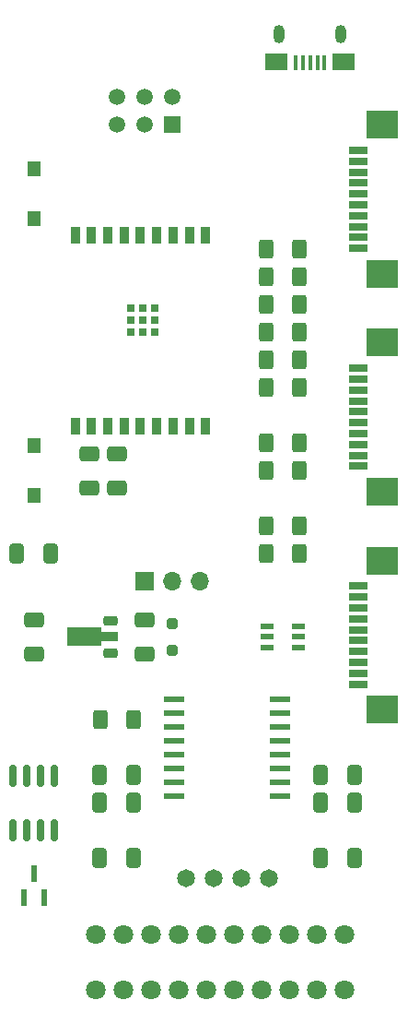
<source format=gbr>
%TF.GenerationSoftware,KiCad,Pcbnew,8.0.6-8.0.6-0~ubuntu24.04.1*%
%TF.CreationDate,2024-12-11T21:38:52+03:00*%
%TF.ProjectId,PM-ESPC3,504d2d45-5350-4433-932e-6b696361645f,rev?*%
%TF.SameCoordinates,Original*%
%TF.FileFunction,Soldermask,Top*%
%TF.FilePolarity,Negative*%
%FSLAX46Y46*%
G04 Gerber Fmt 4.6, Leading zero omitted, Abs format (unit mm)*
G04 Created by KiCad (PCBNEW 8.0.6-8.0.6-0~ubuntu24.04.1) date 2024-12-11 21:38:52*
%MOMM*%
%LPD*%
G01*
G04 APERTURE LIST*
G04 Aperture macros list*
%AMRoundRect*
0 Rectangle with rounded corners*
0 $1 Rounding radius*
0 $2 $3 $4 $5 $6 $7 $8 $9 X,Y pos of 4 corners*
0 Add a 4 corners polygon primitive as box body*
4,1,4,$2,$3,$4,$5,$6,$7,$8,$9,$2,$3,0*
0 Add four circle primitives for the rounded corners*
1,1,$1+$1,$2,$3*
1,1,$1+$1,$4,$5*
1,1,$1+$1,$6,$7*
1,1,$1+$1,$8,$9*
0 Add four rect primitives between the rounded corners*
20,1,$1+$1,$2,$3,$4,$5,0*
20,1,$1+$1,$4,$5,$6,$7,0*
20,1,$1+$1,$6,$7,$8,$9,0*
20,1,$1+$1,$8,$9,$2,$3,0*%
%AMFreePoly0*
4,1,9,3.862500,-0.866500,0.737500,-0.866500,0.737500,-0.450000,-0.737500,-0.450000,-0.737500,0.450000,0.737500,0.450000,0.737500,0.866500,3.862500,0.866500,3.862500,-0.866500,3.862500,-0.866500,$1*%
G04 Aperture macros list end*
%ADD10RoundRect,0.250000X-0.400000X-0.625000X0.400000X-0.625000X0.400000X0.625000X-0.400000X0.625000X0*%
%ADD11R,1.244600X1.346200*%
%ADD12R,0.889000X1.498600*%
%ADD13R,0.711200X0.711200*%
%ADD14RoundRect,0.250000X-0.412500X-0.650000X0.412500X-0.650000X0.412500X0.650000X-0.412500X0.650000X0*%
%ADD15R,1.500000X1.500000*%
%ADD16C,1.500000*%
%ADD17RoundRect,0.225000X0.425000X0.225000X-0.425000X0.225000X-0.425000X-0.225000X0.425000X-0.225000X0*%
%ADD18FreePoly0,180.000000*%
%ADD19R,0.406400X1.350000*%
%ADD20R,2.108200X1.600200*%
%ADD21O,1.000000X1.700000*%
%ADD22R,0.609600X1.549400*%
%ADD23RoundRect,0.250000X-0.650000X0.412500X-0.650000X-0.412500X0.650000X-0.412500X0.650000X0.412500X0*%
%ADD24RoundRect,0.150000X-0.150000X0.825000X-0.150000X-0.825000X0.150000X-0.825000X0.150000X0.825000X0*%
%ADD25R,1.803400X0.635000*%
%ADD26R,2.997200X2.590800*%
%ADD27RoundRect,0.250000X-0.250000X0.250000X-0.250000X-0.250000X0.250000X-0.250000X0.250000X0.250000X0*%
%ADD28RoundRect,0.250000X0.400000X0.625000X-0.400000X0.625000X-0.400000X-0.625000X0.400000X-0.625000X0*%
%ADD29RoundRect,0.250000X0.412500X0.650000X-0.412500X0.650000X-0.412500X-0.650000X0.412500X-0.650000X0*%
%ADD30R,1.181100X0.558800*%
%ADD31C,1.800000*%
%ADD32C,1.650000*%
%ADD33RoundRect,0.250000X0.650000X-0.412500X0.650000X0.412500X-0.650000X0.412500X-0.650000X-0.412500X0*%
%ADD34R,1.854200X0.482600*%
%ADD35R,1.700000X1.700000*%
%ADD36O,1.700000X1.700000*%
G04 APERTURE END LIST*
D10*
%TO.C,R9*%
X-4090000Y22860000D03*
X-990000Y22860000D03*
%TD*%
D11*
%TO.C,SW2*%
X-25400000Y2794000D03*
X-25400000Y7366000D03*
%TD*%
D12*
%TO.C,U1*%
X-21609998Y9170000D03*
X-20109999Y9170000D03*
X-18609999Y9170000D03*
X-17110000Y9170000D03*
X-15610000Y9170000D03*
X-14110000Y9170000D03*
X-12609998Y9170000D03*
X-11109999Y9170000D03*
X-9609999Y9170000D03*
X-9610002Y26670000D03*
X-11110001Y26670000D03*
X-12610001Y26670000D03*
X-14110000Y26670000D03*
X-15610000Y26670000D03*
X-17110000Y26670000D03*
X-18610002Y26670000D03*
X-20110001Y26670000D03*
X-21610001Y26670000D03*
D13*
X-16510000Y17780000D03*
X-15410000Y17780000D03*
X-14310000Y17780000D03*
X-16510000Y18880000D03*
X-15410000Y18880000D03*
X-14310000Y18880000D03*
X-16510000Y19980000D03*
X-15410000Y19980000D03*
X-14310000Y19980000D03*
%TD*%
D14*
%TO.C,C9*%
X977500Y-22860000D03*
X4102500Y-22860000D03*
%TD*%
D15*
%TO.C,SW4*%
X-12700000Y36830000D03*
D16*
X-15240000Y36830000D03*
X-17780000Y36830000D03*
X-12700000Y39370000D03*
X-15240000Y39370000D03*
X-17780000Y39370000D03*
%TD*%
D17*
%TO.C,U2*%
X-18370000Y-11660000D03*
D18*
X-18457500Y-10160000D03*
D17*
X-18370000Y-8660000D03*
%TD*%
D19*
%TO.C,J1*%
X1300000Y42527092D03*
X650014Y42527092D03*
X28Y42527092D03*
X-649958Y42527092D03*
D20*
X3100027Y42652200D03*
D21*
X2825029Y45202208D03*
D19*
X-1299944Y42527092D03*
D21*
X-2824973Y45202208D03*
D20*
X-3099971Y42652200D03*
%TD*%
D10*
%TO.C,R11*%
X-4090000Y7620000D03*
X-990000Y7620000D03*
%TD*%
D22*
%TO.C,CR1*%
X-26350001Y-34124900D03*
X-24449999Y-34124900D03*
X-25400000Y-31915100D03*
%TD*%
D23*
%TO.C,C4*%
X-15240000Y-8597500D03*
X-15240000Y-11722500D03*
%TD*%
D24*
%TO.C,U3*%
X-23495000Y-22925000D03*
X-24765000Y-22925000D03*
X-26035000Y-22925000D03*
X-27305000Y-22925000D03*
X-27305000Y-27875000D03*
X-26035000Y-27875000D03*
X-24765000Y-27875000D03*
X-23495000Y-27875000D03*
%TD*%
D14*
%TO.C,C6*%
X977500Y-25400000D03*
X4102500Y-25400000D03*
%TD*%
D25*
%TO.C,J8*%
X4444000Y25500009D03*
X4444000Y26500007D03*
X4444000Y27500005D03*
X4444000Y28500003D03*
X4444000Y29500001D03*
X4444000Y30499999D03*
X4444000Y31499997D03*
X4444000Y32499995D03*
X4444000Y33499993D03*
X4444000Y34499991D03*
D26*
X6614001Y23149998D03*
X6614001Y36850002D03*
%TD*%
D10*
%TO.C,R10*%
X-4090000Y5080000D03*
X-990000Y5080000D03*
%TD*%
D27*
%TO.C,D3*%
X-12700000Y-8910000D03*
X-12700000Y-11410000D03*
%TD*%
D28*
%TO.C,R5*%
X-16230000Y-17780000D03*
X-19330000Y-17780000D03*
%TD*%
%TO.C,R4*%
X-990000Y0D03*
X-4090000Y0D03*
%TD*%
D23*
%TO.C,C3*%
X-17780000Y6642500D03*
X-17780000Y3517500D03*
%TD*%
D29*
%TO.C,C1*%
X-23837500Y-2540000D03*
X-26962500Y-2540000D03*
%TD*%
D30*
%TO.C,U5*%
X-4006850Y-9209999D03*
X-4006850Y-10160000D03*
X-4006850Y-11110001D03*
X-1073150Y-11110001D03*
X-1073150Y-10160000D03*
X-1073150Y-9209999D03*
%TD*%
D29*
%TO.C,C8*%
X-16217500Y-25400000D03*
X-19342500Y-25400000D03*
%TD*%
D10*
%TO.C,R7*%
X-4090000Y-2540000D03*
X-990000Y-2540000D03*
%TD*%
%TO.C,R6*%
X-4090000Y25400000D03*
X-990000Y25400000D03*
%TD*%
D14*
%TO.C,C11*%
X977500Y-30480000D03*
X4102500Y-30480000D03*
%TD*%
D31*
%TO.C,XG1*%
X-19685000Y-37465000D03*
X-19685000Y-42545000D03*
X-17145000Y-37465000D03*
X-17145000Y-42545000D03*
X-14605000Y-37465000D03*
X-12065000Y-37465000D03*
X-9525000Y-37465000D03*
X-9525000Y-42545000D03*
X-6985000Y-37465000D03*
X-6985000Y-42545000D03*
X-4445000Y-37465000D03*
X-4445000Y-42545000D03*
X-1905000Y-37465000D03*
X635000Y-37465000D03*
X3175000Y-37465000D03*
X3175000Y-42545000D03*
X-14605000Y-42545000D03*
X-12065000Y-42545000D03*
X-1905000Y-42545000D03*
X635000Y-42545000D03*
%TD*%
D25*
%TO.C,J5*%
X4444000Y-14499991D03*
X4444000Y-13499993D03*
X4444000Y-12499995D03*
X4444000Y-11499997D03*
X4444000Y-10499999D03*
X4444000Y-9500001D03*
X4444000Y-8500003D03*
X4444000Y-7500005D03*
X4444000Y-6500007D03*
X4444000Y-5500009D03*
D26*
X6614001Y-16850002D03*
X6614001Y-3149998D03*
%TD*%
D10*
%TO.C,R2*%
X-4090000Y15240000D03*
X-990000Y15240000D03*
%TD*%
%TO.C,R3*%
X-4090000Y12700000D03*
X-990000Y12700000D03*
%TD*%
D11*
%TO.C,SW1*%
X-25400000Y32766000D03*
X-25400000Y28194000D03*
%TD*%
D25*
%TO.C,J2*%
X4444000Y5500009D03*
X4444000Y6500007D03*
X4444000Y7500005D03*
X4444000Y8500003D03*
X4444000Y9500001D03*
X4444000Y10499999D03*
X4444000Y11499997D03*
X4444000Y12499995D03*
X4444000Y13499993D03*
X4444000Y14499991D03*
D26*
X6614001Y3149998D03*
X6614001Y16850002D03*
%TD*%
D10*
%TO.C,R1*%
X-4090000Y17780000D03*
X-990000Y17780000D03*
%TD*%
D29*
%TO.C,C10*%
X-16217500Y-22860000D03*
X-19342500Y-22860000D03*
%TD*%
D32*
%TO.C,PS1*%
X-11430000Y-32280000D03*
X-8890000Y-32280000D03*
X-6350000Y-32280000D03*
X-3810000Y-32280000D03*
%TD*%
D33*
%TO.C,C2*%
X-20320000Y3517500D03*
X-20320000Y6642500D03*
%TD*%
D23*
%TO.C,C5*%
X-25400000Y-8597500D03*
X-25400000Y-11722500D03*
%TD*%
D34*
%TO.C,U4*%
X-2743200Y-24765000D03*
X-2743200Y-23495000D03*
X-2743200Y-22225000D03*
X-2743200Y-20955000D03*
X-2743200Y-19685000D03*
X-2743200Y-18415000D03*
X-2743200Y-17145000D03*
X-2743200Y-15875000D03*
X-12496800Y-15875000D03*
X-12496800Y-17145000D03*
X-12496800Y-18415000D03*
X-12496800Y-19685000D03*
X-12496800Y-20955000D03*
X-12496800Y-22225000D03*
X-12496800Y-23495000D03*
X-12496800Y-24765000D03*
%TD*%
D10*
%TO.C,R8*%
X-4090000Y20320000D03*
X-990000Y20320000D03*
%TD*%
D29*
%TO.C,C7*%
X-16217500Y-30480000D03*
X-19342500Y-30480000D03*
%TD*%
D35*
%TO.C,J3*%
X-15240000Y-5080000D03*
D36*
X-12700000Y-5080000D03*
X-10160000Y-5080000D03*
%TD*%
M02*

</source>
